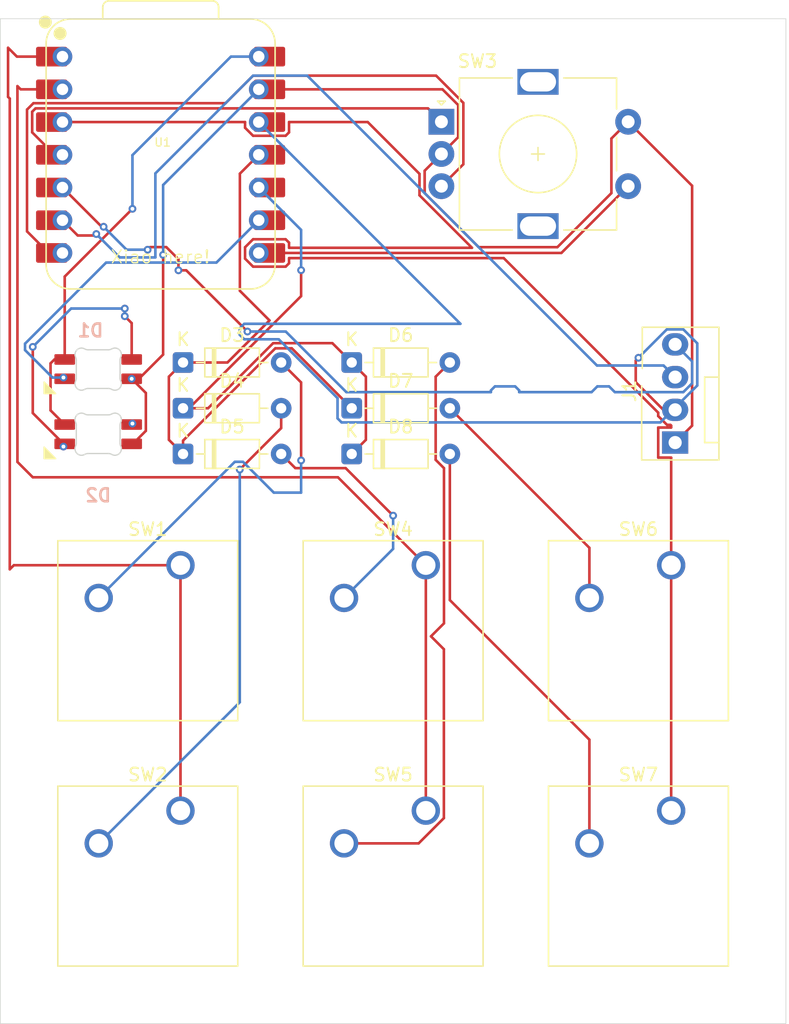
<source format=kicad_pcb>
(kicad_pcb (version 20241229) (generator "pcbnew") (generator_version "9.0")
  (layers (0 "F.Cu" signal) (2 "B.Cu" signal) (13 "F.Paste" user) (15 "B.Paste" user) (5 "F.SilkS" user "F.Silkscreen") (7 "B.SilkS" user "B.Silkscreen") (1 "F.Mask" user) (3 "B.Mask" user) (25 "Edge.Cuts" user))
  (net 0 "")
  (net 1 "+5V")
  (net 2 "GND")
  (net 3 "/SCL")
  (net 4 "/PIN_LED")
  (net 5 "unconnected-(D2-DOUT-Pad1)")
  (net 6 "/Col0")
  (net 7 "Net-(D3-A)")
  (net 8 "Net-(D4-A)")
  (net 9 "/SDA")
  (net 10 "+3.3V")
  (net 11 "/RE_B")
  (net 12 "/PIN_RE")
  (net 13 "/RE_A")
  (net 14 "Net-(D5-A)")
  (net 15 "Net-(D1-DOUT)")
  (net 16 "/Col1")
  (net 17 "Net-(D6-A)")
  (net 18 "Net-(D7-A)")
  (net 19 "/Col2")
  (net 20 "Net-(D8-A)")
  (net 21 "/Row1")
  (net 22 "/Row0")
  (footprint "Button_Switch_Keyboard:SW_Cherry_MX_1.00u_PCB" (layer "F.Cu") (at 50.166 61.001075)
    (property "Reference" "SW4" (at -2.54 -2.794 0) (layer "F.SilkS"))
    (property "Value" "SW_Push")
    (fp_line (start -9.525 -1.905) (end 4.445 -1.905) (stroke (width 0.12)) (layer "F.SilkS"))
    (fp_line (start -9.525 12.065) (end -9.525 -1.905) (stroke (width 0.12)) (layer "F.SilkS"))
    (fp_line (start 4.445 -1.905) (end 4.445 12.065) (stroke (width 0.12)) (layer "F.SilkS"))
    (fp_line (start 4.445 12.065) (end -9.525 12.065) (stroke (width 0.12)) (layer "F.SilkS"))
    (pad "" np_thru_hole circle (at -7.62 5.08) (size 1.7 1.7) (drill 1.7) (layers "*.Cu" "*.Mask"))
    (pad "" np_thru_hole circle (at -2.54 5.08) (size 4 4) (drill 4) (layers "*.Cu" "*.Mask"))
    (pad "" np_thru_hole circle (at 2.54 5.08) (size 1.7 1.7) (drill 1.7) (layers "*.Cu" "*.Mask"))
    (pad "1" thru_hole circle (at 0 0) (size 2.2 2.2) (drill 1.5) (layers "*.Cu" "*.Mask") (net 16 "/Col1"))
    (pad "2" thru_hole circle (at -6.35 2.54) (size 2.2 2.2) (drill 1.5) (layers "*.Cu" "*.Mask") (net 14 "Net-(D5-A)"))
  )
  (footprint "Rotary_Encoder:RotaryEncoder_Alps_EC11E-Switch_Vertical_H20mm" (layer "F.Cu") (at 51.376 26.581075)
    (property "Reference" "SW3" (at 2.8 -4.7 0) (layer "F.SilkS"))
    (property "Value" "RotaryEncoder_Switch")
    (fp_line (start -0.3 -1.6) (end 0.3 -1.6) (stroke (width 0.12)) (layer "F.SilkS"))
    (fp_line (start 0 -1.3) (end -0.3 -1.6) (stroke (width 0.12)) (layer "F.SilkS"))
    (fp_line (start 0.3 -1.6) (end 0 -1.3) (stroke (width 0.12)) (layer "F.SilkS"))
    (fp_line (start 1.4 -3.4) (end 1.4 8.4) (stroke (width 0.12)) (layer "F.SilkS"))
    (fp_line (start 5.5 -3.4) (end 1.4 -3.4) (stroke (width 0.12)) (layer "F.SilkS"))
    (fp_line (start 5.5 8.4) (end 1.4 8.4) (stroke (width 0.12)) (layer "F.SilkS"))
    (fp_line (start 7 2.5) (end 8 2.5) (stroke (width 0.12)) (layer "F.SilkS"))
    (fp_line (start 7.5 2) (end 7.5 3) (stroke (width 0.12)) (layer "F.SilkS"))
    (fp_line (start 9.5 -3.4) (end 13.6 -3.4) (stroke (width 0.12)) (layer "F.SilkS"))
    (fp_line (start 13.6 -3.4) (end 13.6 -1) (stroke (width 0.12)) (layer "F.SilkS"))
    (fp_line (start 13.6 1.2) (end 13.6 3.8) (stroke (width 0.12)) (layer "F.SilkS"))
    (fp_line (start 13.6 6) (end 13.6 8.4) (stroke (width 0.12)) (layer "F.SilkS"))
    (fp_line (start 13.6 8.4) (end 9.5 8.4) (stroke (width 0.12)) (layer "F.SilkS"))
    (fp_circle (center 7.5 2.5) (end 10.5 2.5) (stroke (width 0.12)) (fill no) (layer "F.SilkS"))
    (pad "A" thru_hole rect (at 0 0) (size 2 2) (drill 1) (layers "*.Cu" "*.Mask") (net 13 "/RE_A"))
    (pad "B" thru_hole circle (at 0 5) (size 2 2) (drill 1) (layers "*.Cu" "*.Mask") (net 11 "/RE_B"))
    (pad "C" thru_hole circle (at 0 2.5) (size 2 2) (drill 1) (layers "*.Cu" "*.Mask") (net 2 "GND"))
    (pad "MP" thru_hole rect (at 7.5 -3.1) (size 3.2 2) (drill oval 2.8 1.5) (layers "*.Cu" "*.Mask"))
    (pad "MP" thru_hole rect (at 7.5 8.1) (size 3.2 2) (drill oval 2.8 1.5) (layers "*.Cu" "*.Mask"))
    (pad "S1" thru_hole circle (at 14.5 5) (size 2 2) (drill 1) (layers "*.Cu" "*.Mask") (net 12 "/PIN_RE"))
    (pad "S2" thru_hole circle (at 14.5 0) (size 2 2) (drill 1) (layers "*.Cu" "*.Mask") (net 2 "GND"))
  )
  (footprint "Diode_THT:D_DO-35_SOD27_P7.62mm_Horizontal" (layer "F.Cu") (at 44.411325 52.36665)
    (property "Reference" "D8" (at 3.81 -2.12 0) (layer "F.SilkS"))
    (property "Value" "D")
    (fp_line (start 1.04 0) (end 1.69 0) (stroke (width 0.12)) (layer "F.SilkS"))
    (fp_line (start 2.29 -1.12) (end 2.29 1.12) (stroke (width 0.12)) (layer "F.SilkS"))
    (fp_line (start 2.41 -1.12) (end 2.41 1.12) (stroke (width 0.12)) (layer "F.SilkS"))
    (fp_line (start 2.53 -1.12) (end 2.53 1.12) (stroke (width 0.12)) (layer "F.SilkS"))
    (fp_line (start 6.58 0) (end 5.93 0) (stroke (width 0.12)) (layer "F.SilkS"))
    (fp_rect (start 1.69 -1.12) (end 5.93 1.12) (stroke (width 0.12)) (fill no) (layer "F.SilkS"))
    (fp_text user "K" (at 0 -1.8 0) (layer "F.SilkS"))
    (pad "1" thru_hole roundrect (at 0 0) (size 1.6 1.6) (drill 0.8) (layers "*.Cu" "*.Mask") (roundrect_rratio 0.15625) (net 21 "/Row1"))
    (pad "2" thru_hole circle (at 7.62 0) (size 1.6 1.6) (drill 0.8) (layers "*.Cu" "*.Mask") (net 20 "Net-(D8-A)"))
  )
  (footprint "Diode_THT:D_DO-35_SOD27_P7.62mm_Horizontal" (layer "F.Cu") (at 44.411325 48.81665)
    (property "Reference" "D7" (at 3.81 -2.12 0) (layer "F.SilkS"))
    (property "Value" "D")
    (fp_line (start 1.04 0) (end 1.69 0) (stroke (width 0.12)) (layer "F.SilkS"))
    (fp_line (start 2.29 -1.12) (end 2.29 1.12) (stroke (width 0.12)) (layer "F.SilkS"))
    (fp_line (start 2.41 -1.12) (end 2.41 1.12) (stroke (width 0.12)) (layer "F.SilkS"))
    (fp_line (start 2.53 -1.12) (end 2.53 1.12) (stroke (width 0.12)) (layer "F.SilkS"))
    (fp_line (start 6.58 0) (end 5.93 0) (stroke (width 0.12)) (layer "F.SilkS"))
    (fp_rect (start 1.69 -1.12) (end 5.93 1.12) (stroke (width 0.12)) (fill no) (layer "F.SilkS"))
    (fp_text user "K" (at 0 -1.8 0) (layer "F.SilkS"))
    (pad "1" thru_hole roundrect (at 0 0) (size 1.6 1.6) (drill 0.8) (layers "*.Cu" "*.Mask") (roundrect_rratio 0.15625) (net 22 "/Row0"))
    (pad "2" thru_hole circle (at 7.62 0) (size 1.6 1.6) (drill 0.8) (layers "*.Cu" "*.Mask") (net 18 "Net-(D7-A)"))
  )
  (footprint "Diode_THT:D_DO-35_SOD27_P7.62mm_Horizontal" (layer "F.Cu") (at 44.411325 45.26665)
    (property "Reference" "D6" (at 3.81 -2.12 0) (layer "F.SilkS"))
    (property "Value" "D")
    (fp_line (start 1.04 0) (end 1.69 0) (stroke (width 0.12)) (layer "F.SilkS"))
    (fp_line (start 2.29 -1.12) (end 2.29 1.12) (stroke (width 0.12)) (layer "F.SilkS"))
    (fp_line (start 2.41 -1.12) (end 2.41 1.12) (stroke (width 0.12)) (layer "F.SilkS"))
    (fp_line (start 2.53 -1.12) (end 2.53 1.12) (stroke (width 0.12)) (layer "F.SilkS"))
    (fp_line (start 6.58 0) (end 5.93 0) (stroke (width 0.12)) (layer "F.SilkS"))
    (fp_rect (start 1.69 -1.12) (end 5.93 1.12) (stroke (width 0.12)) (fill no) (layer "F.SilkS"))
    (fp_text user "K" (at 0 -1.8 0) (layer "F.SilkS"))
    (pad "1" thru_hole roundrect (at 0 0) (size 1.6 1.6) (drill 0.8) (layers "*.Cu" "*.Mask") (roundrect_rratio 0.15625) (net 21 "/Row1"))
    (pad "2" thru_hole circle (at 7.62 0) (size 1.6 1.6) (drill 0.8) (layers "*.Cu" "*.Mask") (net 17 "Net-(D6-A)"))
  )
  (footprint "Diode_THT:D_DO-35_SOD27_P7.62mm_Horizontal" (layer "F.Cu") (at 31.314175 45.26665)
    (property "Reference" "D3" (at 3.81 -2.12 0) (layer "F.SilkS"))
    (property "Value" "D")
    (fp_line (start 1.04 0) (end 1.69 0) (stroke (width 0.12)) (layer "F.SilkS"))
    (fp_line (start 2.29 -1.12) (end 2.29 1.12) (stroke (width 0.12)) (layer "F.SilkS"))
    (fp_line (start 2.41 -1.12) (end 2.41 1.12) (stroke (width 0.12)) (layer "F.SilkS"))
    (fp_line (start 2.53 -1.12) (end 2.53 1.12) (stroke (width 0.12)) (layer "F.SilkS"))
    (fp_line (start 6.58 0) (end 5.93 0) (stroke (width 0.12)) (layer "F.SilkS"))
    (fp_rect (start 1.69 -1.12) (end 5.93 1.12) (stroke (width 0.12)) (fill no) (layer "F.SilkS"))
    (fp_text user "K" (at 0 -1.8 0) (layer "F.SilkS"))
    (pad "1" thru_hole roundrect (at 0 0) (size 1.6 1.6) (drill 0.8) (layers "*.Cu" "*.Mask") (roundrect_rratio 0.15625) (net 22 "/Row0"))
    (pad "2" thru_hole circle (at 7.62 0) (size 1.6 1.6) (drill 0.8) (layers "*.Cu" "*.Mask") (net 7 "Net-(D3-A)"))
  )
  (footprint "Footprint Macro Lib:XIAO-RP2040-DIP" (layer "F.Cu") (at 29.572 29.143575)
    (property "Reference" "U1" (at 0.154 -0.9625 0) (layer "F.SilkS") (effects (font (size 0.635 0.635) (thickness 0.1016))))
    (property "Value" "XIAO-RP2040-DIP")
    (fp_line (start -8.89 8.509) (end -8.89 -8.636) (stroke (width 0.127)) (layer "F.SilkS"))
    (fp_line (start -6.985 10.414) (end 6.985 10.414) (stroke (width 0.127)) (layer "F.SilkS"))
    (fp_line (start -4.495 -10.541) (end -4.491272 -11.451272) (stroke (width 0.127)) (layer "F.SilkS"))
    (fp_line (start -3.991272 -11.951) (end 4.004 -11.951) (stroke (width 0.127)) (layer "F.SilkS"))
    (fp_line (start 4.504 -11.451) (end 4.504 -10.541) (stroke (width 0.127)) (layer "F.SilkS"))
    (fp_line (start 6.985 -10.541) (end -6.985 -10.541) (stroke (width 0.1)) (layer "F.SilkS"))
    (fp_line (start 6.985 -10.541) (end -6.985 -10.541) (stroke (width 0.127)) (layer "F.SilkS"))
    (fp_line (start 8.89 8.509) (end 8.89 -8.636) (stroke (width 0.127)) (layer "F.SilkS"))
    (fp_arc (start -8.89 -8.636) (mid -8.332038 -9.983038) (end -6.985 -10.541) (stroke (width 0.127)) (layer "F.SilkS"))
    (fp_arc (start -6.985 10.414) (mid -8.332038 9.856038) (end -8.89 8.509) (stroke (width 0.127)) (layer "F.SilkS"))
    (fp_arc (start -4.491272 -11.451272) (mid -4.344728 -11.80464) (end -3.991272 -11.951) (stroke (width 0.127)) (layer "F.SilkS"))
    (fp_arc (start 4.004 -11.951) (mid 4.357553 -11.804553) (end 4.504 -11.451) (stroke (width 0.127)) (layer "F.SilkS"))
    (fp_arc (start 6.985 -10.541) (mid 8.332038 -9.983038) (end 8.89 -8.636) (stroke (width 0.127)) (layer "F.SilkS"))
    (fp_arc (start 8.89 8.509) (mid 8.332038 9.856038) (end 6.985 10.414) (stroke (width 0.127)) (layer "F.SilkS"))
    (fp_circle (center -8.95 -10.3) (end -8.95 -10.554) (stroke (width 0.5)) (fill yes) (layer "F.SilkS"))
    (fp_circle (center -7.807 -9.42) (end -7.807 -9.674) (stroke (width 0.5)) (fill yes) (layer "F.SilkS"))
    (pad "1" smd roundrect (at -8.455 -7.62 180) (size 2.432 1.524) (layers "F.Cu" "F.Mask") (roundrect_rratio 0.1) (net 6 "/Col0"))
    (pad "1" thru_hole circle (at -7.62 -7.62 180) (size 1.524 1.524) (drill 0.889) (layers "*.Cu" "*.Mask") (net 6 "/Col0"))
    (pad "2" smd roundrect (at -8.455 -5.08 180) (size 2.432 1.524) (layers "F.Cu" "F.Mask") (roundrect_rratio 0.1) (net 16 "/Col1"))
    (pad "2" thru_hole circle (at -7.62 -5.08 180) (size 1.524 1.524) (drill 0.889) (layers "*.Cu" "*.Mask") (net 16 "/Col1"))
    (pad "3" smd roundrect (at -8.455 -2.54 180) (size 2.432 1.524) (layers "F.Cu" "F.Mask") (roundrect_rratio 0.1) (net 19 "/Col2"))
    (pad "3" thru_hole circle (at -7.62 -2.54 180) (size 1.524 1.524) (drill 0.889) (layers "*.Cu" "*.Mask") (net 19 "/Col2"))
    (pad "4" smd roundrect (at -8.455 0 180) (size 2.432 1.524) (layers "F.Cu" "F.Mask") (roundrect_rratio 0.1) (net 13 "/RE_A"))
    (pad "4" thru_hole circle (at -7.62 0 180) (size 1.524 1.524) (drill 0.889) (layers "*.Cu" "*.Mask") (net 13 "/RE_A"))
    (pad "5" smd roundrect (at -8.455 2.54 180) (size 2.432 1.524) (layers "F.Cu" "F.Mask") (roundrect_rratio 0.1) (net 9 "/SDA"))
    (pad "5" thru_hole circle (at -7.62 2.54 180) (size 1.524 1.524) (drill 0.889) (layers "*.Cu" "*.Mask") (net 9 "/SDA"))
    (pad "6" smd roundrect (at -8.455 5.08 180) (size 2.432 1.524) (layers "F.Cu" "F.Mask") (roundrect_rratio 0.1) (net 3 "/SCL"))
    (pad "6" thru_hole circle (at -7.62 5.08 180) (size 1.524 1.524) (drill 0.889) (layers "*.Cu" "*.Mask") (net 3 "/SCL"))
    (pad "7" smd roundrect (at -8.455 7.62 180) (size 2.432 1.524) (layers "F.Cu" "F.Mask") (roundrect_rratio 0.1) (net 11 "/RE_B"))
    (pad "7" thru_hole circle (at -7.62 7.62 180) (size 1.524 1.524) (drill 0.889) (layers "*.Cu" "*.Mask") (net 11 "/RE_B"))
    (pad "8" thru_hole circle (at 7.62 7.62) (size 1.524 1.524) (drill 0.889) (layers "*.Cu" "*.Mask") (net 12 "/PIN_RE"))
    (pad "8" smd roundrect (at 8.455 7.62) (size 2.432 1.524) (layers "F.Cu" "F.Mask") (roundrect_rratio 0.1) (net 12 "/PIN_RE"))
    (pad "9" thru_hole circle (at 7.62 5.08) (size 1.524 1.524) (drill 0.889) (layers "*.Cu" "*.Mask") (net 4 "/PIN_LED"))
    (pad "9" smd roundrect (at 8.455 5.08) (size 2.432 1.524) (layers "F.Cu" "F.Mask") (roundrect_rratio 0.1) (net 4 "/PIN_LED"))
    (pad "10" thru_hole circle (at 7.62 2.54) (size 1.524 1.524) (drill 0.889) (layers "*.Cu" "*.Mask") (net 21 "/Row1"))
    (pad "10" smd roundrect (at 8.455 2.54) (size 2.432 1.524) (layers "F.Cu" "F.Mask") (roundrect_rratio 0.1) (net 21 "/Row1"))
    (pad "11" thru_hole circle (at 7.62 0) (size 1.524 1.524) (drill 0.889) (layers "*.Cu" "*.Mask") (net 22 "/Row0"))
    (pad "11" smd roundrect (at 8.455 0) (size 2.432 1.524) (layers "F.Cu" "F.Mask") (roundrect_rratio 0.1) (net 22 "/Row0"))
    (pad "12" thru_hole circle (at 7.62 -2.54) (size 1.524 1.524) (drill 0.889) (layers "*.Cu" "*.Mask") (net 10 "+3.3V"))
    (pad "12" smd roundrect (at 8.455 -2.54) (size 2.432 1.524) (layers "F.Cu" "F.Mask") (roundrect_rratio 0.1) (net 10 "+3.3V"))
    (pad "13" thru_hole circle (at 7.62 -5.08) (size 1.524 1.524) (drill 0.889) (layers "*.Cu" "*.Mask") (net 2 "GND"))
    (pad "13" smd roundrect (at 8.455 -5.08) (size 2.432 1.524) (layers "F.Cu" "F.Mask") (roundrect_rratio 0.1) (net 2 "GND"))
    (pad "14" thru_hole circle (at 7.62 -7.62) (size 1.524 1.524) (drill 0.889) (layers "*.Cu" "*.Mask") (net 1 "+5V"))
    (pad "14" smd roundrect (at 8.455 -7.62) (size 2.432 1.524) (layers "F.Cu" "F.Mask") (roundrect_rratio 0.1) (net 1 "+5V"))
  )
  (footprint "Button_Switch_Keyboard:SW_Cherry_MX_1.00u_PCB" (layer "F.Cu") (at 69.2164 80.051475)
    (property "Reference" "SW7" (at -2.54 -2.794 0) (layer "F.SilkS"))
    (property "Value" "SW_Push")
    (fp_line (start -9.525 -1.905) (end 4.445 -1.905) (stroke (width 0.12)) (layer "F.SilkS"))
    (fp_line (start -9.525 12.065) (end -9.525 -1.905) (stroke (width 0.12)) (layer "F.SilkS"))
    (fp_line (start 4.445 -1.905) (end 4.445 12.065) (stroke (width 0.12)) (layer "F.SilkS"))
    (fp_line (start 4.445 12.065) (end -9.525 12.065) (stroke (width 0.12)) (layer "F.SilkS"))
    (pad "" np_thru_hole circle (at -7.62 5.08) (size 1.7 1.7) (drill 1.7) (layers "*.Cu" "*.Mask"))
    (pad "" np_thru_hole circle (at -2.54 5.08) (size 4 4) (drill 4) (layers "*.Cu" "*.Mask"))
    (pad "" np_thru_hole circle (at 2.54 5.08) (size 1.7 1.7) (drill 1.7) (layers "*.Cu" "*.Mask"))
    (pad "1" thru_hole circle (at 0 0) (size 2.2 2.2) (drill 1.5) (layers "*.Cu" "*.Mask") (net 19 "/Col2"))
    (pad "2" thru_hole circle (at -6.35 2.54) (size 2.2 2.2) (drill 1.5) (layers "*.Cu" "*.Mask") (net 20 "Net-(D8-A)"))
  )
  (footprint "Diode_THT:D_DO-35_SOD27_P7.62mm_Horizontal" (layer "F.Cu") (at 31.314175 48.81665)
    (property "Reference" "D4" (at 3.81 -2.12 0) (layer "F.SilkS"))
    (property "Value" "D")
    (fp_line (start 1.04 0) (end 1.69 0) (stroke (width 0.12)) (layer "F.SilkS"))
    (fp_line (start 2.29 -1.12) (end 2.29 1.12) (stroke (width 0.12)) (layer "F.SilkS"))
    (fp_line (start 2.41 -1.12) (end 2.41 1.12) (stroke (width 0.12)) (layer "F.SilkS"))
    (fp_line (start 2.53 -1.12) (end 2.53 1.12) (stroke (width 0.12)) (layer "F.SilkS"))
    (fp_line (start 6.58 0) (end 5.93 0) (stroke (width 0.12)) (layer "F.SilkS"))
    (fp_rect (start 1.69 -1.12) (end 5.93 1.12) (stroke (width 0.12)) (fill no) (layer "F.SilkS"))
    (fp_text user "K" (at 0 -1.8 0) (layer "F.SilkS"))
    (pad "1" thru_hole roundrect (at 0 0) (size 1.6 1.6) (drill 0.8) (layers "*.Cu" "*.Mask") (roundrect_rratio 0.15625) (net 21 "/Row1"))
    (pad "2" thru_hole circle (at 7.62 0) (size 1.6 1.6) (drill 0.8) (layers "*.Cu" "*.Mask") (net 8 "Net-(D4-A)"))
  )
  (footprint "Diode_THT:D_DO-35_SOD27_P7.62mm_Horizontal" (layer "F.Cu") (at 31.314175 52.36665)
    (property "Reference" "D5" (at 3.81 -2.12 0) (layer "F.SilkS"))
    (property "Value" "D")
    (fp_line (start 1.04 0) (end 1.69 0) (stroke (width 0.12)) (layer "F.SilkS"))
    (fp_line (start 2.29 -1.12) (end 2.29 1.12) (stroke (width 0.12)) (layer "F.SilkS"))
    (fp_line (start 2.41 -1.12) (end 2.41 1.12) (stroke (width 0.12)) (layer "F.SilkS"))
    (fp_line (start 2.53 -1.12) (end 2.53 1.12) (stroke (width 0.12)) (layer "F.SilkS"))
    (fp_line (start 6.58 0) (end 5.93 0) (stroke (width 0.12)) (layer "F.SilkS"))
    (fp_rect (start 1.69 -1.12) (end 5.93 1.12) (stroke (width 0.12)) (fill no) (layer "F.SilkS"))
    (fp_text user "K" (at 0 -1.8 0) (layer "F.SilkS"))
    (pad "1" thru_hole roundrect (at 0 0) (size 1.6 1.6) (drill 0.8) (layers "*.Cu" "*.Mask") (roundrect_rratio 0.15625) (net 22 "/Row0"))
    (pad "2" thru_hole circle (at 7.62 0) (size 1.6 1.6) (drill 0.8) (layers "*.Cu" "*.Mask") (net 14 "Net-(D5-A)"))
  )
  (footprint "Connector:FanPinHeader_1x04_P2.54mm_Vertical" (layer "F.Cu") (at 69.526 51.481075 90)
    (property "Reference" "J1" (at 4 -3.55 90) (layer "F.SilkS"))
    (property "Value" "Conn_01x04")
    (fp_line (start -1.35 -2.6) (end 4.4 -2.6) (stroke (width 0.12)) (layer "F.SilkS"))
    (fp_line (start 8.95 -2.55) (end 8.95 3.4) (stroke (width 0.12)) (layer "F.SilkS"))
    (fp_line (start 5.75 -2.55) (end 8.95 -2.55) (stroke (width 0.12)) (layer "F.SilkS"))
    (fp_line (start 5.08 2.29) (end 5.08 3.3) (stroke (width 0.12)) (layer "F.SilkS"))
    (fp_line (start 0 2.29) (end 5.08 2.29) (stroke (width 0.12)) (layer "F.SilkS"))
    (fp_line (start 0 3.3) (end 0 2.29) (stroke (width 0.12)) (layer "F.SilkS"))
    (fp_line (start 8.95 3.4) (end -1.35 3.4) (stroke (width 0.12)) (layer "F.SilkS"))
    (fp_line (start -1.35 3.4) (end -1.35 -2.6) (stroke (width 0.12)) (layer "F.SilkS"))
    (pad "" np_thru_hole circle (at 5.08 -2.16 180) (size 1.1 1.1) (drill 1.1) (layers "*.Cu" "*.Mask"))
    (pad "1" thru_hole rect (at 0 0 180) (size 2.03 1.73) (drill 1.02) (layers "*.Cu" "*.Mask") (net 2 "GND"))
    (pad "2" thru_hole oval (at 2.54 0 180) (size 2.03 1.73) (drill 1.02) (layers "*.Cu" "*.Mask") (net 10 "+3.3V"))
    (pad "3" thru_hole oval (at 5.08 0 180) (size 2.03 1.73) (drill 1.02) (layers "*.Cu" "*.Mask") (net 3 "/SCL"))
    (pad "4" thru_hole oval (at 7.62 0 180) (size 2.03 1.73) (drill 1.02) (layers "*.Cu" "*.Mask") (net 9 "/SDA"))
  )
  (footprint "Button_Switch_Keyboard:SW_Cherry_MX_1.00u_PCB" (layer "F.Cu") (at 31.1156 80.051475)
    (property "Reference" "SW2" (at -2.54 -2.794 0) (layer "F.SilkS"))
    (property "Value" "SW_Push")
    (fp_line (start -9.525 -1.905) (end 4.445 -1.905) (stroke (width 0.12)) (layer "F.SilkS"))
    (fp_line (start -9.525 12.065) (end -9.525 -1.905) (stroke (width 0.12)) (layer "F.SilkS"))
    (fp_line (start 4.445 -1.905) (end 4.445 12.065) (stroke (width 0.12)) (layer "F.SilkS"))
    (fp_line (start 4.445 12.065) (end -9.525 12.065) (stroke (width 0.12)) (layer "F.SilkS"))
    (pad "" np_thru_hole circle (at -7.62 5.08) (size 1.7 1.7) (drill 1.7) (layers "*.Cu" "*.Mask"))
    (pad "" np_thru_hole circle (at -2.54 5.08) (size 4 4) (drill 4) (layers "*.Cu" "*.Mask"))
    (pad "" np_thru_hole circle (at 2.54 5.08) (size 1.7 1.7) (drill 1.7) (layers "*.Cu" "*.Mask"))
    (pad "1" thru_hole circle (at 0 0) (size 2.2 2.2) (drill 1.5) (layers "*.Cu" "*.Mask") (net 6 "/Col0"))
    (pad "2" thru_hole circle (at -6.35 2.54) (size 2.2 2.2) (drill 1.5) (layers "*.Cu" "*.Mask") (net 8 "Net-(D4-A)"))
  )
  (footprint "Button_Switch_Keyboard:SW_Cherry_MX_1.00u_PCB" (layer "F.Cu") (at 69.2164 61.001075)
    (property "Reference" "SW6" (at -2.54 -2.794 0) (layer "F.SilkS"))
    (property "Value" "SW_Push")
    (fp_line (start -9.525 -1.905) (end 4.445 -1.905) (stroke (width 0.12)) (layer "F.SilkS"))
    (fp_line (start -9.525 12.065) (end -9.525 -1.905) (stroke (width 0.12)) (layer "F.SilkS"))
    (fp_line (start 4.445 -1.905) (end 4.445 12.065) (stroke (width 0.12)) (layer "F.SilkS"))
    (fp_line (start 4.445 12.065) (end -9.525 12.065) (stroke (width 0.12)) (layer "F.SilkS"))
    (pad "" np_thru_hole circle (at -7.62 5.08) (size 1.7 1.7) (drill 1.7) (layers "*.Cu" "*.Mask"))
    (pad "" np_thru_hole circle (at -2.54 5.08) (size 4 4) (drill 4) (layers "*.Cu" "*.Mask"))
    (pad "" np_thru_hole circle (at 2.54 5.08) (size 1.7 1.7) (drill 1.7) (layers "*.Cu" "*.Mask"))
    (pad "1" thru_hole circle (at 0 0) (size 2.2 2.2) (drill 1.5) (layers "*.Cu" "*.Mask") (net 19 "/Col2"))
    (pad "2" thru_hole circle (at -6.35 2.54) (size 2.2 2.2) (drill 1.5) (layers "*.Cu" "*.Mask") (net 18 "Net-(D7-A)"))
  )
  (footprint "Button_Switch_Keyboard:SW_Cherry_MX_1.00u_PCB" (layer "F.Cu") (at 50.166 80.051475)
    (property "Reference" "SW5" (at -2.54 -2.794 0) (layer "F.SilkS"))
    (property "Value" "SW_Push")
    (fp_line (start -9.525 -1.905) (end 4.445 -1.905) (stroke (width 0.12)) (layer "F.SilkS"))
    (fp_line (start -9.525 12.065) (end -9.525 -1.905) (stroke (width 0.12)) (layer "F.SilkS"))
    (fp_line (start 4.445 -1.905) (end 4.445 12.065) (stroke (width 0.12)) (layer "F.SilkS"))
    (fp_line (start 4.445 12.065) (end -9.525 12.065) (stroke (width 0.12)) (layer "F.SilkS"))
    (pad "" np_thru_hole circle (at -7.62 5.08) (size 1.7 1.7) (drill 1.7) (layers "*.Cu" "*.Mask"))
    (pad "" np_thru_hole circle (at -2.54 5.08) (size 4 4) (drill 4) (layers "*.Cu" "*.Mask"))
    (pad "" np_thru_hole circle (at 2.54 5.08) (size 1.7 1.7) (drill 1.7) (layers "*.Cu" "*.Mask"))
    (pad "1" thru_hole circle (at 0 0) (size 2.2 2.2) (drill 1.5) (layers "*.Cu" "*.Mask") (net 16 "/Col1"))
    (pad "2" thru_hole circle (at -6.35 2.54) (size 2.2 2.2) (drill 1.5) (layers "*.Cu" "*.Mask") (net 17 "Net-(D6-A)"))
  )
  (footprint "Button_Switch_Keyboard:SW_Cherry_MX_1.00u_PCB" (layer "F.Cu") (at 31.1156 61.001075)
    (property "Reference" "SW1" (at -2.54 -2.794 0) (layer "F.SilkS"))
    (property "Value" "SW_Push")
    (fp_line (start -9.525 -1.905) (end 4.445 -1.905) (stroke (width 0.12)) (layer "F.SilkS"))
    (fp_line (start -9.525 12.065) (end -9.525 -1.905) (stroke (width 0.12)) (layer "F.SilkS"))
    (fp_line (start 4.445 -1.905) (end 4.445 12.065) (stroke (width 0.12)) (layer "F.SilkS"))
    (fp_line (start 4.445 12.065) (end -9.525 12.065) (stroke (width 0.12)) (layer "F.SilkS"))
    (pad "" np_thru_hole circle (at -7.62 5.08) (size 1.7 1.7) (drill 1.7) (layers "*.Cu" "*.Mask"))
    (pad "" np_thru_hole circle (at -2.54 5.08) (size 4 4) (drill 4) (layers "*.Cu" "*.Mask"))
    (pad "" np_thru_hole circle (at 2.54 5.08) (size 1.7 1.7) (drill 1.7) (layers "*.Cu" "*.Mask"))
    (pad "1" thru_hole circle (at 0 0) (size 2.2 2.2) (drill 1.5) (layers "*.Cu" "*.Mask") (net 6 "/Col0"))
    (pad "2" thru_hole circle (at -6.35 2.54) (size 2.2 2.2) (drill 1.5) (layers "*.Cu" "*.Mask") (net 7 "Net-(D3-A)"))
  )
  (footprint "Footprint:SK6812MINI-E_fixed" (layer "B.Cu") (at 24.725999 50.933917 180)
    (property "Reference" "D2" (at -0.000001 -4.647158 0) (layer "B.SilkS") (effects (font (thickness 0.2) (bold yes)) (justify mirror)))
    (property "Value" "SK6812MINI")
    (fp_poly (pts (xy 4.200001 -0.897158) (xy 3.300001 -1.797158) (xy 4.200001 -1.797158)) (stroke (width 0.1)) (fill yes) (layer "F.SilkS"))
    (fp_line (start 1.7 0.805684) (end 1.7 -0.6) (stroke (width 0.1)) (layer "Edge.Cuts"))
    (fp_line (start 0.794453 -1.397158) (end -0.794451 -1.397158) (stroke (width 0.1)) (layer "Edge.Cuts"))
    (fp_line (start -0.794451 1.602841) (end 0.794454 1.602841) (stroke (width 0.1)) (layer "Edge.Cuts"))
    (fp_line (start -1.699998 -0.6) (end -1.699998 0.805684) (stroke (width 0.1)) (layer "Edge.Cuts"))
    (fp_arc (start 1.749485 1.022562) (mid 1.712532 0.91691) (end 1.7 0.805685) (stroke (width 0.1)) (layer "Edge.Cuts"))
    (fp_arc (start 1.749485 1.022562) (mid 1.638072 1.606877) (end 1.046712 1.67114) (stroke (width 0.1)) (layer "Edge.Cuts"))
    (fp_arc (start 1.7 -0.6) (mid 1.712528 -0.711226) (end 1.749485 -0.816878) (stroke (width 0.1)) (layer "Edge.Cuts"))
    (fp_arc (start 1.046712 -1.465457) (mid 1.638073 -1.401193) (end 1.749485 -0.816877) (stroke (width 0.1)) (layer "Edge.Cuts"))
    (fp_arc (start 1.046712 -1.465457) (mid 0.925124 -1.414535) (end 0.794453 -1.397158) (stroke (width 0.1)) (layer "Edge.Cuts"))
    (fp_arc (start 0.794454 1.602841) (mid 0.925124 1.620218) (end 1.046712 1.67114) (stroke (width 0.1)) (layer "Edge.Cuts"))
    (fp_arc (start -0.794451 -1.397158) (mid -0.925121 -1.414535) (end -1.046709 -1.465457) (stroke (width 0.1)) (layer "Edge.Cuts"))
    (fp_arc (start -1.04671 1.671141) (mid -0.925122 1.620219) (end -0.794452 1.602842) (stroke (width 0.1)) (layer "Edge.Cuts"))
    (fp_arc (start -1.04671 1.671141) (mid -1.63807 1.606877) (end -1.749483 1.022562) (stroke (width 0.1)) (layer "Edge.Cuts"))
    (fp_arc (start -1.699998 0.805684) (mid -1.712526 0.91691) (end -1.749483 1.022562) (stroke (width 0.1)) (layer "Edge.Cuts"))
    (fp_arc (start -1.749483 -0.816878) (mid -1.638069 -1.401192) (end -1.04671 -1.465455) (stroke (width 0.1)) (layer "Edge.Cuts"))
    (fp_arc (start -1.749483 -0.816878) (mid -1.712526 -0.711226) (end -1.699998 -0.600001) (stroke (width 0.1)) (layer "Edge.Cuts"))
    (pad "1" smd roundrect (at -2.599999 0.852842 270) (size 0.82 1.6) (layers "F.Cu" "F.Mask" "F.Paste") (roundrect_rratio 0.1) (net 5 "unconnected-(D2-DOUT-Pad1)"))
    (pad "2" smd roundrect (at -2.599999 -0.647158 270) (size 0.82 1.6) (layers "F.Cu" "F.Mask" "F.Paste") (roundrect_rratio 0.1) (net 2 "GND"))
    (pad "3" smd roundrect (at 2.600001 -0.647158 270) (size 0.82 1.6) (layers "F.Cu" "F.Mask" "F.Paste") (roundrect_rratio 0.1) (net 15 "Net-(D1-DOUT)"))
    (pad "4" smd roundrect (at 2.600001 0.852842 270) (size 0.82 1.6) (layers "F.Cu" "F.Mask" "F.Paste") (roundrect_rratio 0.1) (net 1 "+5V"))
  )
  (footprint "Footprint:SK6812MINI-E_fixed" (layer "B.Cu") (at 24.725999 45.883917 180)
    (property "Reference" "D1" (at 0.6 3.1 0) (layer "B.SilkS") (effects (font (thickness 0.2) (bold yes)) (justify mirror)))
    (property "Value" "SK6812MINI")
    (fp_poly (pts (xy 4.200001 -0.897158) (xy 3.300001 -1.797158) (xy 4.200001 -1.797158)) (stroke (width 0.1)) (fill yes) (layer "F.SilkS"))
    (fp_line (start 1.7 0.805684) (end 1.7 -0.6) (stroke (width 0.1)) (layer "Edge.Cuts"))
    (fp_line (start 0.794453 -1.397158) (end -0.794451 -1.397158) (stroke (width 0.1)) (layer "Edge.Cuts"))
    (fp_line (start -0.794451 1.602841) (end 0.794454 1.602841) (stroke (width 0.1)) (layer "Edge.Cuts"))
    (fp_line (start -1.699998 -0.6) (end -1.699998 0.805684) (stroke (width 0.1)) (layer "Edge.Cuts"))
    (fp_arc (start 1.749485 1.022562) (mid 1.712532 0.91691) (end 1.7 0.805685) (stroke (width 0.1)) (layer "Edge.Cuts"))
    (fp_arc (start 1.749485 1.022562) (mid 1.638072 1.606877) (end 1.046712 1.67114) (stroke (width 0.1)) (layer "Edge.Cuts"))
    (fp_arc (start 1.7 -0.6) (mid 1.712528 -0.711226) (end 1.749485 -0.816878) (stroke (width 0.1)) (layer "Edge.Cuts"))
    (fp_arc (start 1.046712 -1.465457) (mid 1.638073 -1.401193) (end 1.749485 -0.816877) (stroke (width 0.1)) (layer "Edge.Cuts"))
    (fp_arc (start 1.046712 -1.465457) (mid 0.925124 -1.414535) (end 0.794453 -1.397158) (stroke (width 0.1)) (layer "Edge.Cuts"))
    (fp_arc (start 0.794454 1.602841) (mid 0.925124 1.620218) (end 1.046712 1.67114) (stroke (width 0.1)) (layer "Edge.Cuts"))
    (fp_arc (start -0.794451 -1.397158) (mid -0.925121 -1.414535) (end -1.046709 -1.465457) (stroke (width 0.1)) (layer "Edge.Cuts"))
    (fp_arc (start -1.04671 1.671141) (mid -0.925122 1.620219) (end -0.794452 1.602842) (stroke (width 0.1)) (layer "Edge.Cuts"))
    (fp_arc (start -1.04671 1.671141) (mid -1.63807 1.606877) (end -1.749483 1.022562) (stroke (width 0.1)) (layer "Edge.Cuts"))
    (fp_arc (start -1.699998 0.805684) (mid -1.712526 0.91691) (end -1.749483 1.022562) (stroke (width 0.1)) (layer "Edge.Cuts"))
    (fp_arc (start -1.749483 -0.816878) (mid -1.638069 -1.401192) (end -1.04671 -1.465455) (stroke (width 0.1)) (layer "Edge.Cuts"))
    (fp_arc (start -1.749483 -0.816878) (mid -1.712526 -0.711226) (end -1.699998 -0.600001) (stroke (width 0.1)) (layer "Edge.Cuts"))
    (pad "1" smd roundrect (at -2.599999 0.852842 270) (size 0.82 1.6) (layers "F.Cu" "F.Mask" "F.Paste") (roundrect_rratio 0.1) (net 15 "Net-(D1-DOUT)"))
    (pad "2" smd roundrect (at -2.599999 -0.647158 270) (size 0.82 1.6) (layers "F.Cu" "F.Mask" "F.Paste") (roundrect_rratio 0.1) (net 2 "GND"))
    (pad "3" smd roundrect (at 2.600001 -0.647158 270) (size 0.82 1.6) (layers "F.Cu" "F.Mask" "F.Paste") (roundrect_rratio 0.1) (net 4 "/PIN_LED"))
    (pad "4" smd roundrect (at 2.600001 0.852842 270) (size 0.82 1.6) (layers "F.Cu" "F.Mask" "F.Paste") (roundrect_rratio 0.1) (net 1 "+5V"))
  )
  (gr_rect (start 17.126 18.581075) (end 78.126 96.581075) (stroke (width 0.05)) (fill no) (layer "Edge.Cuts"))
  (gr_text "Xiao here!" (at 25.626 37.652575 0) (layer "F.SilkS") (effects (font (size 1 1) (thickness 0.1)) (justify left bottom)))
  (segment (start 22.125998 45.031075) (end 22.125998 38.597152) (width 0.2) (layer "F.Cu") (net 1))
  (segment (start 21.024998 45.332075) (end 21.325998 45.031075) (width 0.2) (layer "F.Cu") (net 1))
  (segment (start 21.024998 48.980075) (end 21.024998 45.332075) (width 0.2) (layer "F.Cu") (net 1))
  (segment (start 22.125998 38.597152) (end 27.38495 33.3382) (width 0.2) (layer "F.Cu") (net 1))
  (segment (start 21.325998 45.031075) (end 22.125998 45.031075) (width 0.2) (layer "F.Cu") (net 1))
  (segment (start 22.125998 50.081075) (end 21.024998 48.980075) (width 0.2) (layer "F.Cu") (net 1))
  (via (at 27.38495 33.3382) (size 0.6) (drill 0.3) (layers "F.Cu" "B.Cu") (net 1))
  (segment (start 35.0323 21.523575) (end 37.192 21.523575) (width 0.2) (layer "B.Cu") (net 1))
  (segment (start 27.38495 33.3382) (end 27.38495 29.170925) (width 0.2) (layer "B.Cu") (net 1))
  (segment (start 27.38495 29.170925) (end 35.0323 21.523575) (width 0.2) (layer "B.Cu") (net 1))
  (segment (start 64.575 32.119967) (end 64.575 27.882075) (width 0.2) (layer "F.Cu") (net 2))
  (segment (start 50.075 30.382075) (end 50.075 32.119967) (width 0.2) (layer "F.Cu") (net 2))
  (segment (start 50.075 32.119967) (end 54.269858 36.314825) (width 0.2) (layer "F.Cu") (net 2))
  (segment (start 51.376 29.081075) (end 52.677 27.780075) (width 0.2) (layer "F.Cu") (net 2))
  (segment (start 27.325998 46.531075) (end 27.88455 46.531075) (width 0.2) (layer "F.Cu") (net 2))
  (segment (start 51.4605 24.063575) (end 37.192 24.063575) (width 0.2) (layer "F.Cu") (net 2))
  (segment (start 52.677 27.780075) (end 52.677 25.280075) (width 0.2) (layer "F.Cu") (net 2))
  (segment (start 64.575 27.882075) (end 65.876 26.581075) (width 0.2) (layer "F.Cu") (net 2))
  (segment (start 28.426998 47.632075) (end 27.325998 46.531075) (width 0.2) (layer "F.Cu") (net 2))
  (segment (start 27.88455 46.531075) (end 29.76625 44.649375) (width 0.2) (layer "F.Cu") (net 2))
  (segment (start 29.76625 44.649375) (end 29.76625 36.91015) (width 0.2) (layer "F.Cu") (net 2))
  (segment (start 52.677 25.280075) (end 51.4605 24.063575) (width 0.2) (layer "F.Cu") (net 2))
  (segment (start 51.376 29.081075) (end 50.075 30.382075) (width 0.2) (layer "F.Cu") (net 2))
  (segment (start 54.269858 36.314825) (end 60.380142 36.314825) (width 0.2) (layer "F.Cu") (net 2))
  (segment (start 69.526 51.481075) (end 70.842 50.165075) (width 0.2) (layer "F.Cu") (net 2))
  (segment (start 27.325998 51.581075) (end 27.415912 51.581075) (width 0.2) (layer "F.Cu") (net 2))
  (segment (start 28.426998 50.569989) (end 28.426998 47.632075) (width 0.2) (layer "F.Cu") (net 2))
  (segment (start 27.415912 51.581075) (end 28.426998 50.569989) (width 0.2) (layer "F.Cu") (net 2))
  (segment (start 60.380142 36.314825) (end 64.575 32.119967) (width 0.2) (layer "F.Cu") (net 2))
  (segment (start 70.842 31.547075) (end 65.876 26.581075) (width 0.2) (layer "F.Cu") (net 2))
  (segment (start 70.842 50.165075) (end 70.842 31.547075) (width 0.2) (layer "F.Cu") (net 2))
  (via (at 29.76625 36.91015) (size 0.6) (drill 0.3) (layers "F.Cu" "B.Cu") (net 2))
  (via (at 27.325998 46.531075) (size 0.6) (drill 0.3) (layers "F.Cu" "B.Cu") (net 2))
  (segment (start 29.76625 36.91015) (end 29.76625 31.489325) (width 0.2) (layer "B.Cu") (net 2))
  (segment (start 29.76625 31.489325) (end 37.192 24.063575) (width 0.2) (layer "B.Cu") (net 2))
  (segment (start 23.13615 35.407725) (end 24.466895 35.407725) (width 0.2) (layer "F.Cu") (net 3))
  (segment (start 24.466895 35.407725) (end 24.579385 35.295235) (width 0.2) (layer "F.Cu") (net 3))
  (segment (start 21.952 34.223575) (end 23.13615 35.407725) (width 0.2) (layer "F.Cu") (net 3))
  (via (at 24.579385 35.295235) (size 0.6) (drill 0.3) (layers "F.Cu" "B.Cu") (net 3))
  (segment (start 29.16525 37.11015) (end 29.16525 30.587015) (width 0.2) (layer "B.Cu") (net 3))
  (segment (start 68.625 45.500075) (end 69.526 46.401075) (width 0.2) (layer "B.Cu") (net 3))
  (segment (start 36.75169 23.000575) (end 40.955608 23.000575) (width 0.2) (layer "B.Cu") (net 3))
  (segment (start 24.579385 35.295235) (end 26.3943 37.11015) (width 0.2) (layer "B.Cu") (net 3))
  (segment (start 40.955608 23.000575) (end 63.455108 45.500075) (width 0.2) (layer "B.Cu") (net 3))
  (segment (start 29.16525 30.587015) (end 36.75169 23.000575) (width 0.2) (layer "B.Cu") (net 3))
  (segment (start 63.455108 45.500075) (end 68.625 45.500075) (width 0.2) (layer "B.Cu") (net 3))
  (segment (start 26.3943 37.11015) (end 29.16525 37.11015) (width 0.2) (layer "B.Cu") (net 3))
  (segment (start 22.125998 46.531075) (end 22.12275 46.531075) (width 0.2) (layer "F.Cu") (net 4))
  (segment (start 22.12275 46.531075) (end 22.027025 46.43535) (width 0.2) (layer "F.Cu") (net 4))
  (via (at 22.027025 46.43535) (size 0.6) (drill 0.3) (layers "F.Cu" "B.Cu") (net 4))
  (segment (start 19.044725 44.302993) (end 19.044725 43.805107) (width 0.2) (layer "B.Cu") (net 4))
  (segment (start 21.177082 46.43535) (end 19.044725 44.302993) (width 0.2) (layer "B.Cu") (net 4))
  (segment (start 22.027025 46.43535) (end 21.177082 46.43535) (width 0.2) (layer "B.Cu") (net 4))
  (segment (start 19.044725 43.805107) (end 25.338682 37.51115) (width 0.2) (layer "B.Cu") (net 4))
  (segment (start 25.338682 37.51115) (end 33.904425 37.51115) (width 0.2) (layer "B.Cu") (net 4))
  (segment (start 33.904425 37.51115) (end 37.192 34.223575) (width 0.2) (layer "B.Cu") (net 4))
  (segment (start 27.325998 50.081075) (end 27.325998 50.066252) (width 0.2) (layer "F.Cu") (net 5))
  (segment (start 27.325998 50.066252) (end 27.38495 50.0073) (width 0.2) (layer "F.Cu") (net 5))
  (via (at 27.38495 50.0073) (size 0.6) (drill 0.3) (layers "F.Cu" "B.Cu") (net 5))
  (segment (start 31.1156 61.001075) (end 18.17715 61.001075) (width 0.2) (layer "F.Cu") (net 6))
  (segment (start 18.4142 21.523575) (end 21.952 21.523575) (width 0.2) (layer "F.Cu") (net 6))
  (segment (start 17.85975 24.780825) (end 17.727 24.648075) (width 0.2) (layer "F.Cu") (net 6))
  (segment (start 18.17715 61.001075) (end 17.85975 61.318475) (width 0.2) (layer "F.Cu") (net 6))
  (segment (start 17.727 24.648075) (end 17.727 20.836375) (width 0.2) (layer "F.Cu") (net 6))
  (segment (start 17.85975 61.318475) (end 17.85975 24.780825) (width 0.2) (layer "F.Cu") (net 6))
  (segment (start 31.1156 80.051475) (end 31.1156 61.001075) (width 0.2) (layer "F.Cu") (net 6))
  (segment (start 17.727 20.836375) (end 18.4142 21.523575) (width 0.2) (layer "F.Cu") (net 6))
  (segment (start 38.934175 45.26665) (end 40.4821 46.814575) (width 0.2) (layer "F.Cu") (net 7))
  (segment (start 40.4821 46.814575) (end 40.4821 52.86765) (width 0.2) (layer "F.Cu") (net 7))
  (via (at 40.4821 52.86765) (size 0.6) (drill 0.3) (layers "F.Cu" "B.Cu") (net 7))
  (segment (start 40.4821 55.365225) (end 38.360093 55.365225) (width 0.2) (layer "B.Cu") (net 7))
  (segment (start 38.360093 55.365225) (end 35.968443 52.973575) (width 0.2) (layer "B.Cu") (net 7))
  (segment (start 40.4821 52.86765) (end 40.4821 55.365225) (width 0.2) (layer "B.Cu") (net 7))
  (segment (start 35.3331 52.973575) (end 24.7656 63.541075) (width 0.2) (layer "B.Cu") (net 7))
  (segment (start 35.968443 52.973575) (end 35.3331 52.973575) (width 0.2) (layer "B.Cu") (net 7))
  (segment (start 38.934175 48.81665) (end 38.934175 50.3599) (width 0.2) (layer "F.Cu") (net 8))
  (segment (start 38.934175 50.3599) (end 35.7195 53.574575) (width 0.2) (layer "F.Cu") (net 8))
  (via (at 35.7195 53.574575) (size 0.6) (drill 0.3) (layers "F.Cu" "B.Cu") (net 8))
  (segment (start 35.7195 53.574575) (end 35.7195 71.637575) (width 0.2) (layer "B.Cu") (net 8))
  (segment (start 35.7195 71.637575) (end 24.7656 82.591475) (width 0.2) (layer "B.Cu") (net 8))
  (segment (start 30.9569 38.11115) (end 31.562575 38.11115) (width 0.2) (layer "F.Cu") (net 9))
  (segment (start 24.997974 34.729549) (end 25.145073 34.729549) (width 0.2) (layer "F.Cu") (net 9))
  (segment (start 28.56525 36.51015) (end 28.76625 36.30915) (width 0.2) (layer "F.Cu") (net 9))
  (segment (start 30.9569 37.250857) (end 30.9569 38.11115) (width 0.2) (layer "F.Cu") (net 9))
  (segment (start 28.76625 36.30915) (end 30.015193 36.30915) (width 0.2) (layer "F.Cu") (net 9))
  (segment (start 31.562575 38.11115) (end 36.314825 42.8634) (width 0.2) (layer "F.Cu") (net 9))
  (segment (start 21.952 31.683575) (end 24.997974 34.729549) (width 0.2) (layer "F.Cu") (net 9))
  (segment (start 30.015193 36.30915) (end 30.9569 37.250857) (width 0.2) (layer "F.Cu") (net 9))
  (via (at 25.145073 34.729549) (size 0.6) (drill 0.3) (layers "F.Cu" "B.Cu") (net 9))
  (via (at 30.9569 38.11115) (size 0.6) (drill 0.3) (layers "F.Cu" "B.Cu") (net 9))
  (via (at 28.56525 36.51015) (size 0.6) (drill 0.3) (layers "F.Cu" "B.Cu") (net 9))
  (via (at 36.314825 42.8634) (size 0.6) (drill 0.3) (layers "F.Cu" "B.Cu") (net 9))
  (segment (start 64.393875 47.120325) (end 64.840625 47.567075) (width 0.2) (layer "B.Cu") (net 9))
  (segment (start 57.418825 47.436165) (end 57.418825 47.567075) (width 0.2) (layer "B.Cu") (net 9))
  (segment (start 70.842 46.884048) (end 70.842 45.177075) (width 0.2) (layer "B.Cu") (net 9))
  (segment (start 57.418825 47.567075) (end 63.035025 47.567075) (width 0.2) (layer "B.Cu") (net 9))
  (segment (start 43.995125 47.567075) (end 55.216825 47.567075) (width 0.2) (layer "B.Cu") (net 9))
  (segment (start 70.158973 47.567075) (end 70.842 46.884048) (width 0.2) (layer "B.Cu") (net 9))
  (segment (start 64.840625 47.567075) (end 70.158973 47.567075) (width 0.2) (layer "B.Cu") (net 9))
  (segment (start 36.314825 42.8634) (end 39.29145 42.8634) (width 0.2) (layer "B.Cu") (net 9))
  (segment (start 63.035025 47.567075) (end 63.481775 47.120325) (width 0.2) (layer "B.Cu") (net 9))
  (segment (start 57.102985 47.120325) (end 57.418825 47.436165) (width 0.2) (layer "B.Cu") (net 9))
  (segment (start 63.481775 47.120325) (end 64.393875 47.120325) (width 0.2) (layer "B.Cu") (net 9))
  (segment (start 55.216825 47.436165) (end 55.532665 47.120325) (width 0.2) (layer "B.Cu") (net 9))
  (segment (start 55.532665 47.120325) (end 57.102985 47.120325) (width 0.2) (layer "B.Cu") (net 9))
  (segment (start 26.925674 36.51015) (end 28.56525 36.51015) (width 0.2) (layer "B.Cu") (net 9))
  (segment (start 25.145073 34.729549) (end 26.925674 36.51015) (width 0.2) (layer "B.Cu") (net 9))
  (segment (start 55.216825 47.567075) (end 55.216825 47.436165) (width 0.2) (layer "B.Cu") (net 9))
  (segment (start 39.29145 42.8634) (end 43.995125 47.567075) (width 0.2) (layer "B.Cu") (net 9))
  (segment (start 70.842 45.177075) (end 69.526 43.861075) (width 0.2) (layer "B.Cu") (net 9))
  (segment (start 66.465 46.795075) (end 66.465 45.111475) (width 0.2) (layer "F.Cu") (net 10))
  (segment (start 66.465 45.111475) (end 66.6764 44.900075) (width 0.2) (layer "F.Cu") (net 10))
  (segment (start 69.526 48.941075) (end 68.611 48.941075) (width 0.2) (layer "F.Cu") (net 10))
  (segment (start 68.611 48.941075) (end 66.465 46.795075) (width 0.2) (layer "F.Cu") (net 10))
  (via (at 66.6764 44.900075) (size 0.6) (drill 0.3) (layers "F.Cu" "B.Cu") (net 10))
  (segment (start 52.850825 42.2624) (end 37.192 26.603575) (width 0.2) (layer "B.Cu") (net 10))
  (segment (start 38.743235 43.4644) (end 36.065882 43.4644) (width 0.2) (layer "B.Cu") (net 10))
  (segment (start 35.713825 43.112343) (end 35.713825 42.614457) (width 0.2) (layer "B.Cu") (net 10))
  (segment (start 66.6764 44.900075) (end 68.8814 42.695075) (width 0.2) (layer "B.Cu") (net 10))
  (segment (start 43.310325 49.60181) (end 43.310325 48.03149) (width 0.2) (layer "B.Cu") (net 10))
  (segment (start 36.065882 43.4644) (end 35.713825 43.112343) (width 0.2) (layer "B.Cu") (net 10))
  (segment (start 68.8814 42.695075) (end 70.158973 42.695075) (width 0.2) (layer "B.Cu") (net 10))
  (segment (start 68.375498 49.91765) (end 43.626165 49.91765) (width 0.2) (layer "B.Cu") (net 10))
  (segment (start 71.243 43.779102) (end 71.243 47.050148) (width 0.2) (layer "B.Cu") (net 10))
  (segment (start 70.158973 42.695075) (end 71.243 43.779102) (width 0.2) (layer "B.Cu") (net 10))
  (segment (start 43.626165 49.91765) (end 43.310325 49.60181) (width 0.2) (layer "B.Cu") (net 10))
  (segment (start 43.310325 48.03149) (end 38.743235 43.4644) (width 0.2) (layer "B.Cu") (net 10))
  (segment (start 35.713825 42.614457) (end 36.065882 42.2624) (width 0.2) (layer "B.Cu") (net 10))
  (segment (start 36.065882 42.2624) (end 52.850825 42.2624) (width 0.2) (layer "B.Cu") (net 10))
  (segment (start 71.243 47.050148) (end 68.375498 49.91765) (width 0.2) (layer "B.Cu") (net 10))
  (segment (start 53.078 29.879075) (end 53.078 25.113975) (width 0.2) (layer "F.Cu") (net 11))
  (segment (start 50.9646 23.000575) (end 36.75169 23.000575) (width 0.2) (layer "F.Cu") (net 11))
  (segment (start 34.61269 25.139575) (end 19.695274 25.139575) (width 0.2) (layer "F.Cu") (net 11))
  (segment (start 51.376 31.581075) (end 53.078 29.879075) (width 0.2) (layer "F.Cu") (net 11))
  (segment (start 19.199 25.635849) (end 19.199 35.088205) (width 0.2) (layer "F.Cu") (net 11))
  (segment (start 19.199 35.088205) (end 20.87437 36.763575) (width 0.2) (layer "F.Cu") (net 11))
  (segment (start 20.87437 36.763575) (end 21.952 36.763575) (width 0.2) (layer "F.Cu") (net 11))
  (segment (start 36.75169 23.000575) (end 34.61269 25.139575) (width 0.2) (layer "F.Cu") (net 11))
  (segment (start 19.695274 25.139575) (end 19.199 25.635849) (width 0.2) (layer "F.Cu") (net 11))
  (segment (start 53.078 25.113975) (end 50.9646 23.000575) (width 0.2) (layer "F.Cu") (net 11))
  (segment (start 60.6935 36.763575) (end 37.192 36.763575) (width 0.2) (layer "F.Cu") (net 12))
  (segment (start 65.876 31.581075) (end 60.6935 36.763575) (width 0.2) (layer "F.Cu") (net 12))
  (segment (start 19.861374 25.540575) (end 19.6 25.801949) (width 0.2) (layer "F.Cu") (net 13))
  (segment (start 19.6 25.801949) (end 19.6 27.405201) (width 0.2) (layer "F.Cu") (net 13))
  (segment (start 21.338374 29.143575) (end 21.952 29.143575) (width 0.2) (layer "F.Cu") (net 13))
  (segment (start 19.6 27.405201) (end 21.338374 29.143575) (width 0.2) (layer "F.Cu") (net 13))
  (segment (start 51.376 26.581075) (end 50.3355 25.540575) (width 0.2) (layer "F.Cu") (net 13))
  (segment (start 50.3355 25.540575) (end 19.861374 25.540575) (width 0.2) (layer "F.Cu") (net 13))
  (segment (start 40.035175 53.46765) (end 43.94245 53.46765) (width 0.2) (layer "F.Cu") (net 14))
  (segment (start 38.934175 52.36665) (end 40.035175 53.46765) (width 0.2) (layer "F.Cu") (net 14))
  (segment (start 43.94245 53.46765) (end 47.626 57.1512) (width 0.2) (layer "F.Cu") (net 14))
  (via (at 47.626 57.1512) (size 0.6) (drill 0.3) (layers "F.Cu" "B.Cu") (net 14))
  (segment (start 47.626 59.731075) (end 43.816 63.541075) (width 0.2) (layer "B.Cu") (net 14))
  (segment (start 47.626 57.1512) (end 47.626 59.731075) (width 0.2) (layer "B.Cu") (net 14))
  (segment (start 19.645725 49.190716) (end 19.645725 44.05405) (width 0.2) (layer "F.Cu") (net 15))
  (segment (start 27.325998 42.209123) (end 27.325998 45.031075) (width 0.2) (layer "F.Cu") (net 15))
  (segment (start 22.125998 51.694302) (end 22.027025 51.793275) (width 0.2) (layer "F.Cu") (net 15))
  (segment (start 22.125998 51.581075) (end 22.125998 51.694302) (width 0.2) (layer "F.Cu") (net 15))
  (segment (start 26.789625 41.67275) (end 27.325998 42.209123) (width 0.2) (layer "F.Cu") (net 15))
  (segment (start 22.125998 51.581075) (end 22.036084 51.581075) (width 0.2) (layer "F.Cu") (net 15))
  (segment (start 22.036084 51.581075) (end 19.645725 49.190716) (width 0.2) (layer "F.Cu") (net 15))
  (via (at 26.789625 41.077425) (size 0.6) (drill 0.3) (layers "F.Cu" "B.Cu") (net 15))
  (via (at 26.789625 41.67275) (size 0.6) (drill 0.3) (layers "F.Cu" "B.Cu") (net 15))
  (via (at 19.645725 44.05405) (size 0.6) (drill 0.3) (layers "F.Cu" "B.Cu") (net 15))
  (via (at 22.027025 51.793275) (size 0.6) (drill 0.3) (layers "F.Cu" "B.Cu") (net 15))
  (segment (start 26.789625 41.077425) (end 26.789625 41.67275) (width 0.2) (layer "B.Cu") (net 15))
  (segment (start 22.62235 41.077425) (end 26.789625 41.077425) (width 0.2) (layer "B.Cu") (net 15))
  (segment (start 19.645725 44.05405) (end 22.62235 41.077425) (width 0.2) (layer "B.Cu") (net 15))
  (segment (start 19.645725 54.174575) (end 18.455075 52.983925) (width 0.2) (layer "F.Cu") (net 16))
  (segment (start 18.455075 23.813) (end 18.70565 24.063575) (width 0.2) (layer "F.Cu") (net 16))
  (segment (start 50.166 61.001075) (end 43.3395 54.174575) (width 0.2) (layer "F.Cu") (net 16))
  (segment (start 18.70565 24.063575) (end 21.952 24.063575) (width 0.2) (layer "F.Cu") (net 16))
  (segment (start 50.166 80.051475) (end 50.166 61.001075) (width 0.2) (layer "F.Cu") (net 16))
  (segment (start 43.3395 54.174575) (end 19.645725 54.174575) (width 0.2) (layer "F.Cu") (net 16))
  (segment (start 18.455075 52.983925) (end 18.455075 23.813) (width 0.2) (layer "F.Cu") (net 16))
  (segment (start 50.930325 46.36765) (end 50.930325 52.8227) (width 0.2) (layer "F.Cu") (net 17))
  (segment (start 50.567 66.521605) (end 51.567 67.521605) (width 0.2) (layer "F.Cu") (net 17))
  (segment (start 51.567 67.521605) (end 51.567 80.631789) (width 0.2) (layer "F.Cu") (net 17))
  (segment (start 52.031325 45.26665) (end 50.930325 46.36765) (width 0.2) (layer "F.Cu") (net 17))
  (segment (start 49.607314 82.591475) (end 43.816 82.591475) (width 0.2) (layer "F.Cu") (net 17))
  (segment (start 50.930325 52.8227) (end 51.575275 53.46765) (width 0.2) (layer "F.Cu") (net 17))
  (segment (start 51.567 80.631789) (end 49.607314 82.591475) (width 0.2) (layer "F.Cu") (net 17))
  (segment (start 51.575275 65.51333) (end 50.567 66.521605) (width 0.2) (layer "F.Cu") (net 17))
  (segment (start 51.575275 53.46765) (end 51.575275 65.51333) (width 0.2) (layer "F.Cu") (net 17))
  (segment (start 52.031325 48.81665) (end 62.8664 59.651725) (width 0.2) (layer "F.Cu") (net 18))
  (segment (start 62.8664 59.651725) (end 62.8664 63.541075) (width 0.2) (layer "F.Cu") (net 18))
  (segment (start 69.2164 50.166) (end 69.157475 50.107075) (width 0.2) (layer "F.Cu") (net 19))
  (segment (start 39.544 37.164575) (end 39.544 37.565201) (width 0.2) (layer "F.Cu") (net 19))
  (segment (start 36.129 37.203885) (end 36.129 36.323265) (width 0.2) (layer "F.Cu") (net 19))
  (segment (start 69.2164 61.001075) (end 69.2164 52.647075) (width 0.2) (layer "F.Cu") (net 19))
  (segment (start 39.544 37.565201) (end 39.282626 37.826575) (width 0.2) (layer "F.Cu") (net 19))
  (segment (start 36.129 36.323265) (end 36.75169 35.700575) (width 0.2) (layer "F.Cu") (net 19))
  (segment (start 39.282626 27.666575) (end 36.75169 27.666575) (width 0.2) (layer "F.Cu") (net 19))
  (segment (start 39.282626 37.826575) (end 36.75169 37.826575) (width 0.2) (layer "F.Cu") (net 19))
  (segment (start 36.75169 27.666575) (end 36.129 27.043885) (width 0.2) (layer "F.Cu") (net 19))
  (segment (start 39.282626 35.700575) (end 39.544 35.961949) (width 0.2) (layer "F.Cu") (net 19))
  (segment (start 69.2164 50.315075) (end 69.2164 50.166) (width 0.2) (layer "F.Cu") (net 19))
  (segment (start 49.674 30.6236) (end 45.653975 26.603575) (width 0.2) (layer "F.Cu") (net 19))
  (segment (start 68.21 52.647075) (end 68.21 50.315075) (width 0.2) (layer "F.Cu") (net 19))
  (segment (start 39.544 35.961949) (end 39.544 36.362575) (width 0.2) (layer "F.Cu") (net 19))
  (segment (start 53.750508 36.362575) (end 49.674 32.286067) (width 0.2) (layer "F.Cu") (net 19))
  (segment (start 39.544 27.405201) (end 39.282626 27.666575) (width 0.2) (layer "F.Cu") (net 19))
  (segment (start 39.544 26.603575) (end 39.544 27.405201) (width 0.2) (layer "F.Cu") (net 19))
  (segment (start 69.2164 80.051475) (end 69.2164 61.001075) (width 0.2) (layer "F.Cu") (net 19))
  (segment (start 68.21 49.424048) (end 68.21 49.1596) (width 0.2) (layer "F.Cu") (net 19))
  (segment (start 68.21 49.1596) (end 56.214975 37.164575) (width 0.2) (layer "F.Cu") (net 19))
  (segment (start 68.893027 50.107075) (end 68.21 49.424048) (width 0.2) (layer "F.Cu") (net 19))
  (segment (start 39.544 36.362575) (end 53.750508 36.362575) (width 0.2) (layer "F.Cu") (net 19))
  (segment (start 69.157475 50.107075) (end 68.893027 50.107075) (width 0.2) (layer "F.Cu") (net 19))
  (segment (start 69.2164 52.647075) (end 68.21 52.647075) (width 0.2) (layer "F.Cu") (net 19))
  (segment (start 36.129 26.603575) (end 21.952 26.603575) (width 0.2) (layer "F.Cu") (net 19))
  (segment (start 68.21 50.315075) (end 69.2164 50.315075) (width 0.2) (layer "F.Cu") (net 19))
  (segment (start 56.214975 37.164575) (end 39.544 37.164575) (width 0.2) (layer "F.Cu") (net 19))
  (segment (start 36.129 27.043885) (end 36.129 26.603575) (width 0.2) (layer "F.Cu") (net 19))
  (segment (start 36.75169 37.826575) (end 36.129 37.203885) (width 0.2) (layer "F.Cu") (net 19))
  (segment (start 45.653975 26.603575) (end 39.544 26.603575) (width 0.2) (layer "F.Cu") (net 19))
  (segment (start 36.75169 35.700575) (end 39.282626 35.700575) (width 0.2) (layer "F.Cu") (net 19))
  (segment (start 49.674 32.286067) (end 49.674 30.6236) (width 0.2) (layer "F.Cu") (net 19))
  (segment (start 52.031325 63.70793) (end 62.8664 74.543005) (width 0.2) (layer "F.Cu") (net 20))
  (segment (start 62.8664 74.543005) (end 62.8664 82.591475) (width 0.2) (layer "F.Cu") (net 20))
  (segment (start 52.031325 52.36665) (end 52.031325 63.70793) (width 0.2) (layer "F.Cu") (net 20))
  (segment (start 31.314175 48.81665) (end 31.778618 48.81665) (width 0.2) (layer "F.Cu") (net 21))
  (segment (start 45.512325 46.36765) (end 44.411325 45.26665) (width 0.2) (layer "F.Cu") (net 21))
  (segment (start 38.312025 43.76465) (end 33.260025 48.81665) (width 0.2) (layer "F.Cu") (net 21))
  (segment (start 33.260025 48.81665) (end 31.314175 48.81665) (width 0.2) (layer "F.Cu") (net 21))
  (segment (start 40.4821 40.113168) (end 40.4821 38.1008) (width 0.2) (layer "F.Cu") (net 21))
  (segment (start 44.411325 52.36665) (end 45.512325 51.26565) (width 0.2) (layer "F.Cu") (net 21))
  (segment (start 31.778618 48.81665) (end 40.4821 40.113168) (width 0.2) (layer "F.Cu") (net 21))
  (segment (start 42.909325 43.76465) (end 38.312025 43.76465) (width 0.2) (layer "F.Cu") (net 21))
  (segment (start 45.512325 51.26565) (end 45.512325 46.36765) (width 0.2) (layer "F.Cu") (net 21))
  (segment (start 44.411325 45.26665) (end 42.909325 43.76465) (width 0.2) (layer "F.Cu") (net 21))
  (via (at 40.4821 38.1008) (size 0.6) (drill 0.3) (layers "F.Cu" "B.Cu") (net 21))
  (segment (start 40.4821 38.1008) (end 40.4821 34.973675) (width 0.2) (layer "B.Cu") (net 21))
  (segment (start 40.4821 34.973675) (end 37.192 31.683575) (width 0.2) (layer "B.Cu") (net 21))
  (segment (start 31.314175 51.3296) (end 38.478125 44.16565) (width 0.2) (layer "F.Cu") (net 22))
  (segment (start 38.478125 44.16565) (end 39.760325 44.16565) (width 0.2) (layer "F.Cu") (net 22))
  (segment (start 30.213175 51.26565) (end 31.314175 52.36665) (width 0.2) (layer "F.Cu") (net 22))
  (segment (start 30.213175 46.36765) (end 30.213175 51.26565) (width 0.2) (layer "F.Cu") (net 22))
  (segment (start 38.027 42.001168) (end 35.728 39.702168) (width 0.2) (layer "F.Cu") (net 22))
  (segment (start 31.314175 52.36665) (end 31.314175 51.3296) (width 0.2) (layer "F.Cu") (net 22))
  (segment (start 31.314175 45.26665) (end 30.213175 46.36765) (width 0.2) (layer "F.Cu") (net 22))
  (segment (start 31.314175 45.26665) (end 34.761518 45.26665) (width 0.2) (layer "F.Cu") (net 22))
  (segment (start 34.761518 45.26665) (end 38.027 42.001168) (width 0.2) (layer "F.Cu") (net 22))
  (segment (start 39.760325 44.16565) (end 44.411325 48.81665) (width 0.2) (layer "F.Cu") (net 22))
  (segment (start 35.728 39.702168) (end 35.728 30.607575) (width 0.2) (layer "F.Cu") (net 22))
  (segment (start 35.728 30.607575) (end 37.192 29.143575) (width 0.2) (layer "F.Cu") (net 22))
)
</source>
